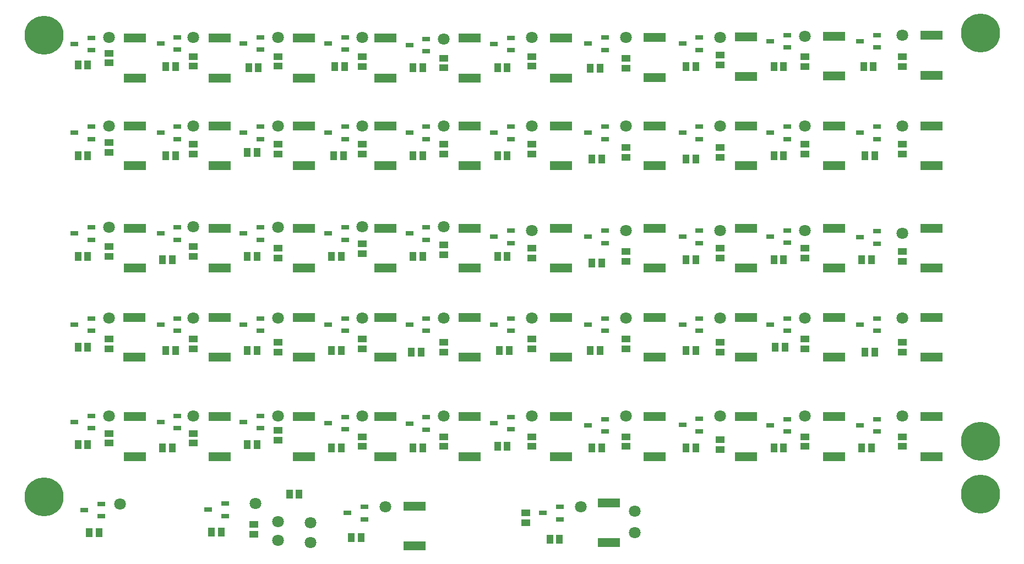
<source format=gbr>
%FSTAX25Y25*%
%MOMM*%
%SFA1B1*%

%IPPOS*%
%ADD10R,1.099998X1.399997*%
%ADD11R,1.399997X1.099998*%
%ADD12R,3.499993X1.399997*%
%ADD13R,1.199998X0.649999*%
%ADD15C,1.799996*%
%ADD16C,5.999988*%
%LNldo_test_pads_top-1*%
%LPD*%
G54D10*
X7274999Y5289397D03*
X7424999D03*
X11280599Y4599998D03*
X11430599D03*
X4349998Y4694996D03*
X4199999D03*
X8374999Y4619998D03*
X8224997D03*
X6229997Y4703998D03*
X6079998D03*
X16224999Y5999998D03*
X16074999D03*
X12074999D03*
X11924997D03*
X13524999D03*
X13374999D03*
X14874999D03*
X14724999D03*
X10624997Y6024999D03*
X10474998D03*
X9324997Y5999998D03*
X9174998D03*
X8074997D03*
X7924998D03*
X6774997Y6054999D03*
X6624998D03*
X5474997Y5999998D03*
X5324998D03*
X4174998Y6049998D03*
X4024998D03*
X16274999Y7474999D03*
X16124999D03*
X14899998Y7549997D03*
X14749998D03*
X13524999Y7499997D03*
X13374999D03*
X12049998D03*
X11899999D03*
X10654997D03*
X10504998D03*
X9299999Y7474999D03*
X9149999D03*
X8074997Y7499997D03*
X7924998D03*
X6774997D03*
X6624998D03*
X5524997D03*
X5374998D03*
X4174998Y7549997D03*
X4024998D03*
X16224999Y8899999D03*
X16074999D03*
X13524999D03*
X13374999D03*
X14874999D03*
X14724999D03*
X8074997Y8949999D03*
X7924998D03*
X9324997D03*
X9174998D03*
X10624997D03*
X10474998D03*
X12074999Y8849997D03*
X11924997D03*
X6779999Y8949999D03*
X6629999D03*
X5474997Y8899999D03*
X5324998D03*
X4174998Y8949999D03*
X4024998D03*
X16274999Y10499999D03*
X16124999D03*
X14874999D03*
X14724999D03*
X13524999Y10449999D03*
X13374999D03*
X12074999D03*
X11924997D03*
X10624997Y10499999D03*
X10474998D03*
X9324997D03*
X9174998D03*
X8104997D03*
X7954998D03*
X6779999Y10549999D03*
X6629999D03*
X5524997Y10499999D03*
X5374998D03*
X4174998D03*
X4024998D03*
X16257198Y11869999D03*
X16107199D03*
X14874999D03*
X14724999D03*
X9324997Y11849999D03*
X9174998D03*
X13524999Y11872498D03*
X13374999D03*
X12049998Y11847499D03*
X11899999D03*
X10624997Y11849999D03*
X10474998D03*
X7974998Y11872498D03*
X8124997D03*
X6649999Y11849999D03*
X6799999D03*
X5374998Y11872498D03*
X5524997D03*
X4024998Y11898299D03*
X4174998D03*
G54D11*
X10906498Y4849997D03*
Y4999997D03*
X6729999Y4674999D03*
Y4824999D03*
X16699999Y6024999D03*
Y6174999D03*
X12449997Y6024999D03*
Y6174999D03*
X13899997Y5974999D03*
Y6124999D03*
X15199997Y6024999D03*
Y6174999D03*
X10999998Y6024999D03*
Y6174999D03*
X9649998Y6024999D03*
Y6174999D03*
X8399998Y6024999D03*
Y6174999D03*
X7099998Y6119898D03*
Y6269898D03*
X5799998Y6074999D03*
Y6224998D03*
X4499998Y6074999D03*
Y6224998D03*
X16699997Y7474999D03*
Y7624998D03*
X15199997Y7524998D03*
Y7674998D03*
X13899997Y7474999D03*
Y7624998D03*
X12449997Y7524998D03*
Y7674998D03*
X10999998Y7524998D03*
Y7674998D03*
X9649998Y7474999D03*
Y7624998D03*
X8399998Y7524998D03*
Y7674998D03*
X7099998Y7474999D03*
Y7624998D03*
X5799998Y7524998D03*
Y7674998D03*
X4499998Y7524998D03*
Y7674998D03*
X16699999Y8874998D03*
Y9024998D03*
X13899997Y8924998D03*
Y9074998D03*
X15199997Y8924998D03*
Y9074998D03*
X8399998Y8992499D03*
Y9142498D03*
X9649998Y8974998D03*
Y9124998D03*
X10999998Y8924998D03*
Y9074998D03*
X12449997Y8874998D03*
Y9024998D03*
X7099998Y8924998D03*
Y9074998D03*
X4499998Y8949999D03*
Y9099999D03*
X5799998Y8949999D03*
Y9099999D03*
X16699999Y10524998D03*
Y10674997D03*
X15199997Y10524998D03*
Y10674997D03*
X13899997Y10474998D03*
Y10624997D03*
X12449997Y10474998D03*
Y10624997D03*
X10999998Y10524998D03*
Y10674997D03*
X9649998Y10524998D03*
Y10674997D03*
X8399998Y10524998D03*
Y10674997D03*
X7099998Y10524998D03*
Y10674997D03*
X5799998Y10524998D03*
Y10674997D03*
X4499998Y10549999D03*
Y10699998D03*
X16699999Y11869999D03*
Y12019998D03*
X15199997Y11869999D03*
Y12019998D03*
X13899997Y11897499D03*
Y12047499D03*
X12449997Y11847499D03*
Y11997499D03*
X10999998Y11874997D03*
Y12024997D03*
X9649998Y11849999D03*
Y11999998D03*
X7099998Y12024997D03*
Y11874997D03*
X8399998Y12022498D03*
Y11872498D03*
X5799998Y12024997D03*
Y11874997D03*
X4499998Y12074999D03*
Y11924997D03*
G54D12*
X12184999Y4542497D03*
Y5157497D03*
X10049997Y9382498D03*
Y8767498D03*
X14299999Y10957499D03*
Y10342499D03*
X6199997Y10957499D03*
Y10342499D03*
X4899997Y10957499D03*
Y10342499D03*
X17149998Y12352497D03*
Y11737497D03*
X15655599Y12339398D03*
Y11724398D03*
X14299999Y12329998D03*
Y11714998D03*
X12893499Y12316899D03*
Y11701899D03*
X11449999Y12307498D03*
Y11692498D03*
X10049997Y12307498D03*
Y11692498D03*
X8749997Y12307498D03*
Y11692498D03*
X7499997Y12307498D03*
Y11692498D03*
X6199997Y12307498D03*
Y11692498D03*
X4899997Y12307498D03*
Y11692498D03*
X6199997Y8767498D03*
Y9382498D03*
X4899997Y8767498D03*
Y9382498D03*
X12893499Y8767498D03*
Y9382498D03*
X11449999Y8767498D03*
Y9382498D03*
X8749997Y8767498D03*
Y9382498D03*
X7499997Y8767498D03*
Y9382498D03*
X15655599Y8767498D03*
Y9382498D03*
X14299999Y8767498D03*
Y9382498D03*
X8749997Y7397498D03*
Y8012498D03*
X7499997Y7397498D03*
Y8012498D03*
X6199997Y7397498D03*
Y8012498D03*
X4887498Y7397498D03*
Y8012498D03*
X17149998Y8767498D03*
Y9382498D03*
X11449999Y7397498D03*
Y8012498D03*
X10049997Y7397498D03*
Y8012498D03*
X4899997Y5867499D03*
Y6482499D03*
X17149998Y7397498D03*
Y8012498D03*
X15655599Y7397498D03*
Y8012498D03*
X14299999Y7397498D03*
Y8012498D03*
X12893499Y7397498D03*
Y8012498D03*
X7499997Y5867499D03*
Y6482499D03*
X6199997Y5867499D03*
Y6482499D03*
X14299999Y5867499D03*
Y6482499D03*
X12893499Y5867499D03*
Y6482499D03*
X11449999Y5867499D03*
Y6482499D03*
X10049997Y5867499D03*
Y6482499D03*
X8749997Y5867499D03*
Y6482499D03*
X17149998Y5867499D03*
Y6482499D03*
X15655599Y5867499D03*
Y6482499D03*
X9199999Y4492498D03*
Y5107498D03*
X8749997Y10342499D03*
Y10957499D03*
X7499997Y10342499D03*
Y10957499D03*
X11449999Y10342499D03*
Y10957499D03*
X10049997Y10342499D03*
Y10957499D03*
X12893499Y10342499D03*
Y10957499D03*
X17149998Y10342499D03*
Y10957499D03*
X15655599Y10342499D03*
Y10957499D03*
G54D13*
X11869999Y10849998D03*
X12129998Y10944999D03*
Y10754997D03*
X5294998Y10849998D03*
X5554997Y10944999D03*
Y10754997D03*
X16052198Y12260498D03*
X16312197Y12355499D03*
Y12165497D03*
X14669998Y12260498D03*
X14929998Y12355499D03*
Y12165497D03*
X10419999Y12214999D03*
X10679998Y12309998D03*
Y12119998D03*
X9119999Y12199998D03*
X9379999Y12294999D03*
Y12104999D03*
X7869999Y12224999D03*
X8129998Y12319998D03*
Y12129998D03*
X5294998Y12224999D03*
X5554997Y12319998D03*
Y12129998D03*
X3969999Y12214999D03*
X4229999Y12309998D03*
Y12119998D03*
X4379998Y4949997D03*
Y5139997D03*
X4119999Y5044998D03*
X6829999Y12129998D03*
Y12319998D03*
X6569999Y12224999D03*
X5554997Y9204998D03*
Y9394997D03*
X5294998Y9299999D03*
X4229999Y9204998D03*
Y9394997D03*
X3969999Y9299999D03*
X12129998Y9154998D03*
Y9344997D03*
X11869999Y9249999D03*
X10679998Y9154998D03*
Y9344997D03*
X10419999Y9249999D03*
X9379999Y9204998D03*
Y9394997D03*
X9119999Y9299999D03*
X8129998Y9204998D03*
Y9394997D03*
X7869999Y9299999D03*
X6829999Y9204998D03*
Y9394997D03*
X6569999Y9299999D03*
X14929998Y9159999D03*
Y9349999D03*
X14669998Y9254998D03*
X13579998Y9154998D03*
Y9344997D03*
X13319998Y9249999D03*
X8129998Y7804998D03*
Y7994997D03*
X7869999Y7899999D03*
X6829999Y7804998D03*
Y7994997D03*
X6569999Y7899999D03*
X5554997Y7804998D03*
Y7994997D03*
X5294998Y7899999D03*
X4229999Y7804998D03*
Y7994997D03*
X3969999Y7899999D03*
X16312197Y9147497D03*
Y9337499D03*
X16052198Y9242498D03*
X10679998Y7804998D03*
Y7994997D03*
X10419999Y7899999D03*
X9379999Y7804998D03*
Y7994997D03*
X9119999Y7899999D03*
X4229999Y6304998D03*
Y6494998D03*
X3969999Y6399999D03*
X16312197Y7804998D03*
Y7994997D03*
X16052198Y7899999D03*
X14929998Y7804998D03*
Y7994997D03*
X14669998Y7899999D03*
X13579998Y7804998D03*
Y7994997D03*
X13319998Y7899999D03*
X12129998Y7804998D03*
Y7994997D03*
X11869999Y7899999D03*
X6829999Y6304998D03*
Y6494998D03*
X6569999Y6399999D03*
X5554997Y6304998D03*
Y6494998D03*
X5294998Y6399999D03*
X13579998Y6259997D03*
Y6449999D03*
X13319998Y6354998D03*
X12129998Y6254998D03*
Y6444998D03*
X11869999Y635D03*
X10679998Y6288699D03*
Y6478699D03*
X10419999Y6383698D03*
X9379999Y6282397D03*
Y6472397D03*
X9119999Y6377398D03*
X8129998Y6288699D03*
Y6478699D03*
X7869999Y6383698D03*
X16312197Y6254998D03*
Y6444998D03*
X16052198Y635D03*
X14929998Y6254998D03*
Y6444998D03*
X14669998Y635D03*
X6284998Y4954998D03*
Y5144998D03*
X6024999Y5049997D03*
X8429998Y4904999D03*
Y5094998D03*
X8169998Y4999997D03*
X13579998Y12127499D03*
Y12317498D03*
X13319998Y12222497D03*
X12129998Y12127499D03*
Y12317498D03*
X11869999Y12222497D03*
X11435598Y4904999D03*
Y5094998D03*
X11175598Y4999997D03*
X4229999Y10754997D03*
Y10944999D03*
X3969999Y10849998D03*
X8129998Y10754997D03*
Y10944999D03*
X7869999Y10849998D03*
X6829999Y10754997D03*
Y10944999D03*
X6569999Y10849998D03*
X10679998Y10754997D03*
Y10944999D03*
X10419999Y10849998D03*
X9379999Y10754997D03*
Y10944999D03*
X9119999Y10849998D03*
X13579998Y10754997D03*
Y10944999D03*
X13319998Y10849998D03*
X16312197Y10754997D03*
Y10944999D03*
X16052198Y10849998D03*
X14929998Y10754997D03*
Y10944999D03*
X14669998Y10849998D03*
G54D15*
X7099998Y4582497D03*
Y4870881D03*
X7599997Y4549998D03*
Y4849997D03*
X11755597Y5099999D03*
X4669998Y5139997D03*
X12584998Y4699998D03*
Y5024998D03*
X8749997Y5099999D03*
X6754997Y5144998D03*
X12449997Y6494998D03*
X13899997D03*
X15199997D03*
X16699999D03*
X9649998D03*
X8399998D03*
X7099998D03*
X5799998D03*
X4499998D03*
X16699999Y7999999D03*
X15199997D03*
X13899997D03*
X12449997D03*
X13899997Y9349999D03*
X10999998Y7999999D03*
X9649998D03*
X8399998D03*
X7099998D03*
X5799998D03*
X4499998D03*
X16699999Y9299999D03*
X15199997Y9344997D03*
X12449997D03*
X10999998D03*
X9649998Y9407499D03*
X8399998D03*
X7099998Y9393199D03*
X4499998Y9394997D03*
X5799998Y9407499D03*
X16699999Y10957499D03*
X15199997D03*
X13899997D03*
X12449997D03*
X10999998D03*
X9649998D03*
X8399998D03*
X7099998D03*
X5799998D03*
X4499998D03*
X16699999Y12355499D03*
X15199997Y12339398D03*
X13899997Y12316899D03*
X12449997Y12317498D03*
X9649998Y12294999D03*
X10999998Y12322497D03*
X8399998D03*
X7099998D03*
X5799998Y12319998D03*
X4499998Y12322497D03*
X10999998Y6494998D03*
G54D16*
X17899999Y6106203D03*
X3499998Y5249999D03*
X17899999Y5289397D03*
Y12389398D03*
X3499998Y12349998D03*
M02*
</source>
